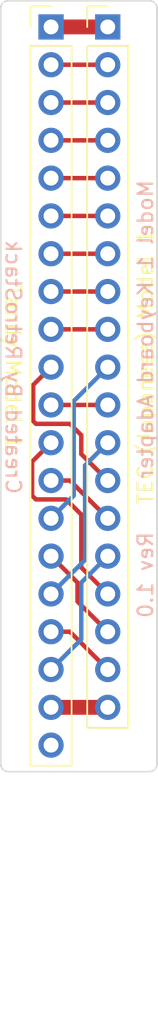
<source format=kicad_pcb>
(kicad_pcb (version 20241229) (generator "pcbnew") (generator_version "9.0")
  (title_block (title "TRS-80 Model I Keyboard Adapter") (date "2025-06-28") (rev "Rev 1.0") (company "Marcel Erz"))
  (layers (0 "F.Cu" signal) (2 "B.Cu" signal) (13 "F.Paste" user) (15 "B.Paste" user) (5 "F.SilkS" user "F.Silkscreen") (7 "B.SilkS" user "B.Silkscreen") (1 "F.Mask" user) (3 "B.Mask" user) (25 "Edge.Cuts" user))
  (net 0 "")
  (net 1 "GND")
  (net 2 "/~{KYBD}")
  (net 4 "+5V")
  (net 5 "/D4")
  (net 6 "/D7")
  (net 7 "/D1")
  (net 8 "/D6")
  (net 9 "/A0")
  (net 10 "/D3")
  (net 11 "/A1")
  (net 12 "/D5")
  (net 13 "/D0")
  (net 14 "/A4")
  (net 15 "/D2")
  (net 16 "/A3")
  (net 17 "/A5")
  (net 18 "/A7")
  (net 19 "/A6")
  (net 20 "/A2")
  (footprint "Connector_PinHeader_2.54mm:PinHeader_1x19_P2.54mm_Vertical" (layer "F.Cu") (at 110.49 73.66)
    (property "Reference" "J2" (hide yes))
    (property "Value" "TEC (Japanese) Model 1")
    (fp_line (start -1.38 -1.38) (end 0 -1.38) (stroke (width 0.12)) (layer "F.SilkS"))
    (fp_line (start -1.38 0) (end -1.38 -1.38) (stroke (width 0.12)) (layer "F.SilkS"))
    (fp_line (start -1.38 1.27) (end -1.38 47.1) (stroke (width 0.12)) (layer "F.SilkS"))
    (fp_line (start -1.38 1.27) (end 1.38 1.27) (stroke (width 0.12)) (layer "F.SilkS"))
    (fp_line (start -1.38 47.1) (end 1.38 47.1) (stroke (width 0.12)) (layer "F.SilkS"))
    (fp_line (start 1.38 1.27) (end 1.38 47.1) (stroke (width 0.12)) (layer "F.SilkS"))
    (pad "1" thru_hole rect (at 0 0) (size 1.7 1.7) (drill 1) (layers "*.Cu" "*.Mask") (net 4 "+5V"))
    (pad "2" thru_hole circle (at 0 2.54) (size 1.7 1.7) (drill 1) (layers "*.Cu" "*.Mask") (net 14 "/A4"))
    (pad "3" thru_hole circle (at 0 5.08) (size 1.7 1.7) (drill 1) (layers "*.Cu" "*.Mask") (net 17 "/A5"))
    (pad "4" thru_hole circle (at 0 7.62) (size 1.7 1.7) (drill 1) (layers "*.Cu" "*.Mask") (net 11 "/A1"))
    (pad "5" thru_hole circle (at 0 10.16) (size 1.7 1.7) (drill 1) (layers "*.Cu" "*.Mask") (net 9 "/A0"))
    (pad "6" thru_hole circle (at 0 12.7) (size 1.7 1.7) (drill 1) (layers "*.Cu" "*.Mask") (net 20 "/A2"))
    (pad "7" thru_hole circle (at 0 15.24) (size 1.7 1.7) (drill 1) (layers "*.Cu" "*.Mask") (net 19 "/A6"))
    (pad "8" thru_hole circle (at 0 17.78) (size 1.7 1.7) (drill 1) (layers "*.Cu" "*.Mask") (net 18 "/A7"))
    (pad "9" thru_hole circle (at 0 20.32) (size 1.7 1.7) (drill 1) (layers "*.Cu" "*.Mask") (net 16 "/A3"))
    (pad "10" thru_hole circle (at 0 22.86) (size 1.7 1.7) (drill 1) (layers "*.Cu" "*.Mask") (net 2 "/~{KYBD}"))
    (pad "11" thru_hole circle (at 0 25.4) (size 1.7 1.7) (drill 1) (layers "*.Cu" "*.Mask") (net 13 "/D0"))
    (pad "12" thru_hole circle (at 0 27.94) (size 1.7 1.7) (drill 1) (layers "*.Cu" "*.Mask") (net 7 "/D1"))
    (pad "13" thru_hole circle (at 0 30.48) (size 1.7 1.7) (drill 1) (layers "*.Cu" "*.Mask") (net 15 "/D2"))
    (pad "14" thru_hole circle (at 0 33.02) (size 1.7 1.7) (drill 1) (layers "*.Cu" "*.Mask") (net 10 "/D3"))
    (pad "15" thru_hole circle (at 0 35.56) (size 1.7 1.7) (drill 1) (layers "*.Cu" "*.Mask") (net 5 "/D4"))
    (pad "16" thru_hole circle (at 0 38.1) (size 1.7 1.7) (drill 1) (layers "*.Cu" "*.Mask") (net 12 "/D5"))
    (pad "17" thru_hole circle (at 0 40.64) (size 1.7 1.7) (drill 1) (layers "*.Cu" "*.Mask") (net 8 "/D6"))
    (pad "18" thru_hole circle (at 0 43.18) (size 1.7 1.7) (drill 1) (layers "*.Cu" "*.Mask") (net 6 "/D7"))
    (pad "19" thru_hole circle (at 0 45.72) (size 1.7 1.7) (drill 1) (layers "*.Cu" "*.Mask") (net 1 "GND"))
  )
  (footprint "Connector_PinHeader_2.54mm:PinHeader_1x20_P2.54mm_Vertical" (layer "F.Cu") (at 106.68 73.66)
    (property "Reference" "J1" (hide yes))
    (property "Value" "Tandy Model 1")
    (fp_line (start -1.38 -1.38) (end 0 -1.38) (stroke (width 0.12)) (layer "F.SilkS"))
    (fp_line (start -1.38 0) (end -1.38 -1.38) (stroke (width 0.12)) (layer "F.SilkS"))
    (fp_line (start -1.38 1.27) (end -1.38 49.64) (stroke (width 0.12)) (layer "F.SilkS"))
    (fp_line (start -1.38 1.27) (end 1.38 1.27) (stroke (width 0.12)) (layer "F.SilkS"))
    (fp_line (start -1.38 49.64) (end 1.38 49.64) (stroke (width 0.12)) (layer "F.SilkS"))
    (fp_line (start 1.38 1.27) (end 1.38 49.64) (stroke (width 0.12)) (layer "F.SilkS"))
    (pad "1" thru_hole rect (at 0 0) (size 1.7 1.7) (drill 1) (layers "*.Cu" "*.Mask") (net 4 "+5V"))
    (pad "2" thru_hole circle (at 0 2.54) (size 1.7 1.7) (drill 1) (layers "*.Cu" "*.Mask") (net 14 "/A4"))
    (pad "3" thru_hole circle (at 0 5.08) (size 1.7 1.7) (drill 1) (layers "*.Cu" "*.Mask") (net 17 "/A5"))
    (pad "4" thru_hole circle (at 0 7.62) (size 1.7 1.7) (drill 1) (layers "*.Cu" "*.Mask") (net 11 "/A1"))
    (pad "5" thru_hole circle (at 0 10.16) (size 1.7 1.7) (drill 1) (layers "*.Cu" "*.Mask") (net 9 "/A0"))
    (pad "6" thru_hole circle (at 0 12.7) (size 1.7 1.7) (drill 1) (layers "*.Cu" "*.Mask") (net 20 "/A2"))
    (pad "7" thru_hole circle (at 0 15.24) (size 1.7 1.7) (drill 1) (layers "*.Cu" "*.Mask") (net 19 "/A6"))
    (pad "8" thru_hole circle (at 0 17.78) (size 1.7 1.7) (drill 1) (layers "*.Cu" "*.Mask") (net 18 "/A7"))
    (pad "9" thru_hole circle (at 0 20.32) (size 1.7 1.7) (drill 1) (layers "*.Cu" "*.Mask") (net 16 "/A3"))
    (pad "10" thru_hole circle (at 0 22.86) (size 1.7 1.7) (drill 1) (layers "*.Cu" "*.Mask") (net 15 "/D2"))
    (pad "11" thru_hole circle (at 0 25.4) (size 1.7 1.7) (drill 1) (layers "*.Cu" "*.Mask") (net 13 "/D0"))
    (pad "12" thru_hole circle (at 0 27.94) (size 1.7 1.7) (drill 1) (layers "*.Cu" "*.Mask") (net 12 "/D5"))
    (pad "13" thru_hole circle (at 0 30.48) (size 1.7 1.7) (drill 1) (layers "*.Cu" "*.Mask") (net 10 "/D3"))
    (pad "14" thru_hole circle (at 0 33.02) (size 1.7 1.7) (drill 1) (layers "*.Cu" "*.Mask") (net 2 "/~{KYBD}"))
    (pad "15" thru_hole circle (at 0 35.56) (size 1.7 1.7) (drill 1) (layers "*.Cu" "*.Mask") (net 8 "/D6"))
    (pad "16" thru_hole circle (at 0 38.1) (size 1.7 1.7) (drill 1) (layers "*.Cu" "*.Mask") (net 7 "/D1"))
    (pad "17" thru_hole circle (at 0 40.64) (size 1.7 1.7) (drill 1) (layers "*.Cu" "*.Mask") (net 6 "/D7"))
    (pad "18" thru_hole circle (at 0 43.18) (size 1.7 1.7) (drill 1) (layers "*.Cu" "*.Mask") (net 5 "/D4"))
    (pad "19" thru_hole circle (at 0 45.72) (size 1.7 1.7) (drill 1) (layers "*.Cu" "*.Mask") (net 1 "GND"))
    (pad "20" thru_hole circle (at 0 48.26) (size 1.7 1.7) (drill 1) (layers "*.Cu" "*.Mask"))
  )
  (gr_line (start 113.3 123.7) (end 103.8 123.7) (stroke (width 0.1)) (layer "Edge.Cuts"))
  (gr_arc (start 113.3 71.9) (mid 113.653553 72.046447) (end 113.8 72.4) (stroke (width 0.1)) (layer "Edge.Cuts"))
  (gr_line (start 103.8 71.9) (end 113.3 71.9) (stroke (width 0.1)) (layer "Edge.Cuts"))
  (gr_arc (start 103.8 123.7) (mid 103.446447 123.553553) (end 103.3 123.2) (stroke (width 0.1)) (layer "Edge.Cuts"))
  (gr_line (start 113.8 72.4) (end 113.8 123.2) (stroke (width 0.1)) (layer "Edge.Cuts"))
  (gr_line (start 103.3 123.2) (end 103.3 72.4) (stroke (width 0.1)) (layer "Edge.Cuts"))
  (gr_arc (start 103.3 72.4) (mid 103.446447 72.046447) (end 103.8 71.9) (stroke (width 0.1)) (layer "Edge.Cuts"))
  (gr_arc (start 113.8 123.2) (mid 113.653553 123.553553) (end 113.3 123.7) (stroke (width 0.1)) (layer "Edge.Cuts"))
  (gr_text "TEC (Japanese) Model 1" (at 113.03 96.52 90) (layer "F.SilkS") (effects (font (size 1 1))))
  (gr_text "Tandy Model 1" (at 104.14 96.52 270) (layer "F.SilkS") (effects (font (size 1 1))))
  (gr_text "Created By RetroStack" (at 104.14 96.52 270) (layer "B.SilkS") (effects (font (size 1 1)) (justify mirror)))
  (gr_text "Rev 1.0" (at 113.03 110.49 90) (layer "B.SilkS") (effects (font (size 1 1)) (justify mirror)))
  (gr_text "Model 1 Keyboard Adapter" (at 113.03 93.98 90) (layer "B.SilkS") (effects (font (size 1 1)) (justify mirror)))
  (segment (start 106.68 119.38) (end 110.49 119.38) (width 1) (layer "F.Cu") (net 1))
  (segment (start 108.204 98.806) (end 110.49 96.52) (width 0.3) (layer "B.Cu") (net 2))
  (segment (start 108.204 105.156) (end 108.204 98.806) (width 0.3) (layer "B.Cu") (net 2))
  (segment (start 106.68 106.68) (end 108.204 105.156) (width 0.3) (layer "B.Cu") (net 2))
  (segment (start 106.68 73.66) (end 110.49 73.66) (width 1) (layer "F.Cu") (net 4))
  (segment (start 108.712 114.808) (end 108.712 110.998) (width 0.3) (layer "B.Cu") (net 5))
  (segment (start 106.68 116.84) (end 108.712 114.808) (width 0.3) (layer "B.Cu") (net 5))
  (segment (start 108.712 110.998) (end 110.49 109.22) (width 0.3) (layer "B.Cu") (net 5))
  (segment (start 110.49 116.84) (end 107.95 114.3) (width 0.3) (layer "F.Cu") (net 6))
  (segment (start 107.95 114.3) (end 106.68 114.3) (width 0.3) (layer "F.Cu") (net 6))
  (segment (start 108.966 109.474) (end 108.966 103.124) (width 0.3) (layer "B.Cu") (net 7))
  (segment (start 108.966 103.124) (end 110.49 101.6) (width 0.3) (layer "B.Cu") (net 7))
  (segment (start 106.68 111.76) (end 108.966 109.474) (width 0.3) (layer "B.Cu") (net 7))
  (segment (start 108.458 112.268) (end 108.458 110.998) (width 0.3) (layer "F.Cu") (net 8))
  (segment (start 108.458 110.998) (end 106.68 109.22) (width 0.3) (layer "F.Cu") (net 8))
  (segment (start 110.49 114.3) (end 108.458 112.268) (width 0.3) (layer "F.Cu") (net 8))
  (segment (start 106.68 83.82) (end 110.49 83.82) (width 0.3) (layer "F.Cu") (net 9))
  (segment (start 110.49 106.68) (end 107.95 104.14) (width 0.3) (layer "F.Cu") (net 10))
  (segment (start 107.95 104.14) (end 106.68 104.14) (width 0.3) (layer "F.Cu") (net 10))
  (segment (start 106.68 81.28) (end 110.49 81.28) (width 0.3) (layer "F.Cu") (net 11))
  (segment (start 110.49 111.76) (end 108.712 109.982) (width 0.3) (layer "F.Cu") (net 12))
  (segment (start 107.696 105.41) (end 105.664 105.41) (width 0.3) (layer "F.Cu") (net 12))
  (segment (start 105.664 105.41) (end 105.41 105.156) (width 0.3) (layer "F.Cu") (net 12))
  (segment (start 108.712 109.982) (end 108.712 106.426) (width 0.3) (layer "F.Cu") (net 12))
  (segment (start 108.712 106.426) (end 107.696 105.41) (width 0.3) (layer "F.Cu") (net 12))
  (segment (start 105.41 105.156) (end 105.41 102.87) (width 0.3) (layer "F.Cu") (net 12))
  (segment (start 105.41 102.87) (end 106.68 101.6) (width 0.3) (layer "F.Cu") (net 12))
  (segment (start 106.68 99.06) (end 110.49 99.06) (width 0.3) (layer "F.Cu") (net 13))
  (segment (start 106.68 76.2) (end 110.49 76.2) (width 0.3) (layer "F.Cu") (net 14))
  (segment (start 105.664 100.33) (end 105.479 100.145) (width 0.3) (layer "F.Cu") (net 15))
  (segment (start 105.479 100.145) (end 105.479 97.721) (width 0.3) (layer "F.Cu") (net 15))
  (segment (start 110.49 104.14) (end 108.712 102.362) (width 0.3) (layer "F.Cu") (net 15))
  (segment (start 108.712 101.092) (end 107.95 100.33) (width 0.3) (layer "F.Cu") (net 15))
  (segment (start 108.712 102.362) (end 108.712 101.092) (width 0.3) (layer "F.Cu") (net 15))
  (segment (start 105.479 97.721) (end 106.68 96.52) (width 0.3) (layer "F.Cu") (net 15))
  (segment (start 107.95 100.33) (end 105.664 100.33) (width 0.3) (layer "F.Cu") (net 15))
  (segment (start 106.68 93.98) (end 110.49 93.98) (width 0.3) (layer "F.Cu") (net 16))
  (segment (start 106.68 78.74) (end 110.49 78.74) (width 0.3) (layer "F.Cu") (net 17))
  (segment (start 106.68 91.44) (end 110.49 91.44) (width 0.3) (layer "F.Cu") (net 18))
  (segment (start 106.68 88.9) (end 110.49 88.9) (width 0.3) (layer "F.Cu") (net 19))
  (segment (start 106.68 86.36) (end 110.49 86.36) (width 0.3) (layer "F.Cu") (net 20))
)
</source>
